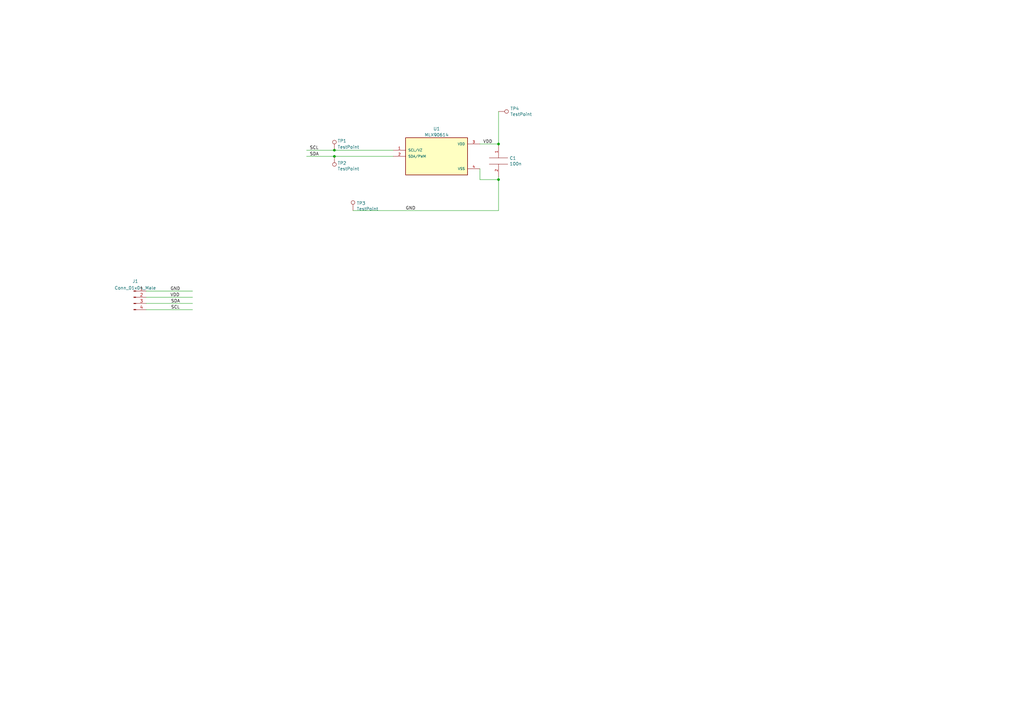
<source format=kicad_sch>
(kicad_sch (version 20211123) (generator eeschema)

  (uuid f144a97d-c3f0-423f-b0a9-3f7dbc42478b)

  (paper "A3")

  (lib_symbols
    (symbol "90632_speculum_flex-rescue:C-pspice" (pin_names (offset 0.254)) (in_bom yes) (on_board yes)
      (property "Reference" "C" (id 0) (at 2.54 3.81 90)
        (effects (font (size 1.27 1.27)))
      )
      (property "Value" "C-pspice" (id 1) (at 2.54 -3.81 90)
        (effects (font (size 1.27 1.27)))
      )
      (property "Footprint" "" (id 2) (at 0 0 0)
        (effects (font (size 1.27 1.27)) hide)
      )
      (property "Datasheet" "" (id 3) (at 0 0 0)
        (effects (font (size 1.27 1.27)) hide)
      )
      (symbol "C-pspice_0_1"
        (polyline
          (pts
            (xy -3.81 -1.27)
            (xy 3.81 -1.27)
          )
          (stroke (width 0) (type default) (color 0 0 0 0))
          (fill (type none))
        )
        (polyline
          (pts
            (xy -3.81 1.27)
            (xy 3.81 1.27)
          )
          (stroke (width 0) (type default) (color 0 0 0 0))
          (fill (type none))
        )
      )
      (symbol "C-pspice_1_1"
        (pin passive line (at 0 6.35 270) (length 5.08)
          (name "~" (effects (font (size 1.016 1.016))))
          (number "1" (effects (font (size 1.016 1.016))))
        )
        (pin passive line (at 0 -6.35 90) (length 5.08)
          (name "~" (effects (font (size 1.016 1.016))))
          (number "2" (effects (font (size 1.016 1.016))))
        )
      )
    )
    (symbol "90632_speculum_flex-rescue:TestPoint-Connector" (pin_numbers hide) (pin_names (offset 0.762) hide) (in_bom yes) (on_board yes)
      (property "Reference" "TP" (id 0) (at 0 6.858 0)
        (effects (font (size 1.27 1.27)))
      )
      (property "Value" "TestPoint-Connector" (id 1) (at 0 5.08 0)
        (effects (font (size 1.27 1.27)))
      )
      (property "Footprint" "" (id 2) (at 5.08 0 0)
        (effects (font (size 1.27 1.27)) hide)
      )
      (property "Datasheet" "" (id 3) (at 5.08 0 0)
        (effects (font (size 1.27 1.27)) hide)
      )
      (property "ki_fp_filters" "Pin* Test*" (id 4) (at 0 0 0)
        (effects (font (size 1.27 1.27)) hide)
      )
      (symbol "TestPoint-Connector_0_1"
        (circle (center 0 3.302) (radius 0.762)
          (stroke (width 0) (type default) (color 0 0 0 0))
          (fill (type none))
        )
      )
      (symbol "TestPoint-Connector_1_1"
        (pin passive line (at 0 0 90) (length 2.54)
          (name "1" (effects (font (size 1.27 1.27))))
          (number "1" (effects (font (size 1.27 1.27))))
        )
      )
    )
    (symbol "Connector:Conn_01x04_Male" (pin_names (offset 1.016) hide) (in_bom yes) (on_board yes)
      (property "Reference" "J" (id 0) (at 0 5.08 0)
        (effects (font (size 1.27 1.27)))
      )
      (property "Value" "Conn_01x04_Male" (id 1) (at 0 -7.62 0)
        (effects (font (size 1.27 1.27)))
      )
      (property "Footprint" "" (id 2) (at 0 0 0)
        (effects (font (size 1.27 1.27)) hide)
      )
      (property "Datasheet" "~" (id 3) (at 0 0 0)
        (effects (font (size 1.27 1.27)) hide)
      )
      (property "ki_keywords" "connector" (id 4) (at 0 0 0)
        (effects (font (size 1.27 1.27)) hide)
      )
      (property "ki_description" "Generic connector, single row, 01x04, script generated (kicad-library-utils/schlib/autogen/connector/)" (id 5) (at 0 0 0)
        (effects (font (size 1.27 1.27)) hide)
      )
      (property "ki_fp_filters" "Connector*:*_1x??_*" (id 6) (at 0 0 0)
        (effects (font (size 1.27 1.27)) hide)
      )
      (symbol "Conn_01x04_Male_1_1"
        (polyline
          (pts
            (xy 1.27 -5.08)
            (xy 0.8636 -5.08)
          )
          (stroke (width 0.1524) (type default) (color 0 0 0 0))
          (fill (type none))
        )
        (polyline
          (pts
            (xy 1.27 -2.54)
            (xy 0.8636 -2.54)
          )
          (stroke (width 0.1524) (type default) (color 0 0 0 0))
          (fill (type none))
        )
        (polyline
          (pts
            (xy 1.27 0)
            (xy 0.8636 0)
          )
          (stroke (width 0.1524) (type default) (color 0 0 0 0))
          (fill (type none))
        )
        (polyline
          (pts
            (xy 1.27 2.54)
            (xy 0.8636 2.54)
          )
          (stroke (width 0.1524) (type default) (color 0 0 0 0))
          (fill (type none))
        )
        (rectangle (start 0.8636 -4.953) (end 0 -5.207)
          (stroke (width 0.1524) (type default) (color 0 0 0 0))
          (fill (type outline))
        )
        (rectangle (start 0.8636 -2.413) (end 0 -2.667)
          (stroke (width 0.1524) (type default) (color 0 0 0 0))
          (fill (type outline))
        )
        (rectangle (start 0.8636 0.127) (end 0 -0.127)
          (stroke (width 0.1524) (type default) (color 0 0 0 0))
          (fill (type outline))
        )
        (rectangle (start 0.8636 2.667) (end 0 2.413)
          (stroke (width 0.1524) (type default) (color 0 0 0 0))
          (fill (type outline))
        )
        (pin passive line (at 5.08 2.54 180) (length 3.81)
          (name "Pin_1" (effects (font (size 1.27 1.27))))
          (number "1" (effects (font (size 1.27 1.27))))
        )
        (pin passive line (at 5.08 0 180) (length 3.81)
          (name "Pin_2" (effects (font (size 1.27 1.27))))
          (number "2" (effects (font (size 1.27 1.27))))
        )
        (pin passive line (at 5.08 -2.54 180) (length 3.81)
          (name "Pin_3" (effects (font (size 1.27 1.27))))
          (number "3" (effects (font (size 1.27 1.27))))
        )
        (pin passive line (at 5.08 -5.08 180) (length 3.81)
          (name "Pin_4" (effects (font (size 1.27 1.27))))
          (number "4" (effects (font (size 1.27 1.27))))
        )
      )
    )
    (symbol "melexis-temperature:MLX90614" (pin_names (offset 1.016)) (in_bom yes) (on_board yes)
      (property "Reference" "U?" (id 0) (at -12.7 8.89 0)
        (effects (font (size 1.27 1.27)) (justify left bottom))
      )
      (property "Value" "MLX90614" (id 1) (at -11.43 -6.35 0)
        (effects (font (size 1.27 1.27)) (justify left bottom))
      )
      (property "Footprint" "melexis-temperature:mlx90614" (id 2) (at -11.43 -12.7 0)
        (effects (font (size 1.27 1.27)) (justify left bottom) hide)
      )
      (property "Datasheet" "https://melexis.com/mlx90614" (id 3) (at -15.24 -10.16 0)
        (effects (font (size 1.27 1.27)) (justify left bottom) hide)
      )
      (property "MANUFACTURER" "Melexis" (id 4) (at -11.43 5.08 0)
        (effects (font (size 1.27 1.27)) (justify left bottom) hide)
      )
      (symbol "MLX90614_0_0"
        (rectangle (start -12.7 -7.62) (end 12.7 7.62)
          (stroke (width 0.254) (type default) (color 0 0 0 0))
          (fill (type background))
        )
        (pin input line (at -17.78 2.54 0) (length 5.08)
          (name "SCL/VZ" (effects (font (size 1.016 1.016))))
          (number "1" (effects (font (size 1.016 1.016))))
        )
        (pin bidirectional line (at -17.78 0 0) (length 5.08)
          (name "SDA/PWM" (effects (font (size 1.016 1.016))))
          (number "2" (effects (font (size 1.016 1.016))))
        )
        (pin power_in line (at 17.78 5.08 180) (length 5.08)
          (name "VDD" (effects (font (size 1.016 1.016))))
          (number "3" (effects (font (size 1.016 1.016))))
        )
        (pin power_in line (at 17.78 -5.08 180) (length 5.08)
          (name "VSS" (effects (font (size 1.016 1.016))))
          (number "4" (effects (font (size 1.016 1.016))))
        )
      )
    )
  )

  (junction (at 137.16 61.595) (diameter 0) (color 0 0 0 0)
    (uuid 0f41a909-27c4-4be2-9d5e-9ae2108c8ff5)
  )
  (junction (at 137.16 64.135) (diameter 0) (color 0 0 0 0)
    (uuid 29d472a1-c0d6-42c9-b2e5-a264b93a7ff1)
  )
  (junction (at 204.47 73.66) (diameter 0) (color 0 0 0 0)
    (uuid 9702d639-3b1f-4825-8985-b32b9008503d)
  )
  (junction (at 204.47 59.055) (diameter 0) (color 0 0 0 0)
    (uuid c61fd9d4-5f38-4cd2-8ccc-af4e69777961)
  )

  (wire (pts (xy 59.944 124.46) (xy 78.994 124.46))
    (stroke (width 0) (type default) (color 0 0 0 0))
    (uuid 10c05ac4-7806-406a-b56c-a9cd10cdf5a0)
  )
  (wire (pts (xy 196.85 59.055) (xy 204.47 59.055))
    (stroke (width 0) (type default) (color 0 0 0 0))
    (uuid 128e34ce-eee7-477d-b905-a493e98db783)
  )
  (wire (pts (xy 137.16 61.595) (xy 125.73 61.595))
    (stroke (width 0) (type default) (color 0 0 0 0))
    (uuid 1b54105e-6590-4d26-a763-ecfcf81eedc4)
  )
  (wire (pts (xy 59.944 127) (xy 78.994 127))
    (stroke (width 0) (type default) (color 0 0 0 0))
    (uuid 1c286467-bb2c-4ce3-8bc2-ed6165c8edb6)
  )
  (wire (pts (xy 137.16 64.135) (xy 161.29 64.135))
    (stroke (width 0) (type default) (color 0 0 0 0))
    (uuid 2f3deced-880d-4075-a81b-95c62da5b94d)
  )
  (wire (pts (xy 204.47 59.055) (xy 204.47 59.69))
    (stroke (width 0) (type default) (color 0 0 0 0))
    (uuid 45388dd0-f808-4e8f-a83e-1eb26af992bf)
  )
  (wire (pts (xy 204.47 73.66) (xy 204.47 86.36))
    (stroke (width 0) (type default) (color 0 0 0 0))
    (uuid 4d609e7c-74c9-4ae9-a26d-946ff00c167d)
  )
  (wire (pts (xy 196.85 73.66) (xy 204.47 73.66))
    (stroke (width 0) (type default) (color 0 0 0 0))
    (uuid 507c44af-5dba-468c-900a-0fefe6e3a2a5)
  )
  (wire (pts (xy 137.16 64.135) (xy 125.73 64.135))
    (stroke (width 0) (type default) (color 0 0 0 0))
    (uuid 632acde9-b7fd-4f04-8cb4-d2cbb06b3595)
  )
  (wire (pts (xy 59.944 119.38) (xy 78.994 119.38))
    (stroke (width 0) (type default) (color 0 0 0 0))
    (uuid 754ad783-2c9b-41e4-a253-2053dbb561e3)
  )
  (wire (pts (xy 204.47 72.39) (xy 204.47 73.66))
    (stroke (width 0) (type default) (color 0 0 0 0))
    (uuid 9bdb223e-5875-423d-8b36-f110bd8a539b)
  )
  (wire (pts (xy 204.47 45.72) (xy 204.47 59.055))
    (stroke (width 0) (type default) (color 0 0 0 0))
    (uuid a06e8e78-f567-42e6-b645-013b1073ca31)
  )
  (wire (pts (xy 137.16 61.595) (xy 161.29 61.595))
    (stroke (width 0) (type default) (color 0 0 0 0))
    (uuid a501555e-bbc7-4b58-ad89-28a0cd3dd6d0)
  )
  (wire (pts (xy 196.85 69.215) (xy 196.85 73.66))
    (stroke (width 0) (type default) (color 0 0 0 0))
    (uuid b3cb7ede-e23d-406f-a0a7-1b9a9670fb45)
  )
  (wire (pts (xy 144.78 86.36) (xy 204.47 86.36))
    (stroke (width 0) (type default) (color 0 0 0 0))
    (uuid dabe541b-b164-4180-97a4-5ca761b86800)
  )
  (wire (pts (xy 59.944 121.92) (xy 78.994 121.92))
    (stroke (width 0) (type default) (color 0 0 0 0))
    (uuid f4e914be-c810-41d7-a94e-a4db1db21bb0)
  )

  (label "GND" (at 69.85 119.38 0)
    (effects (font (size 1.27 1.27)) (justify left bottom))
    (uuid 0ebee32d-3662-4f4d-a704-8bbfb1bcc675)
  )
  (label "SDA" (at 70.104 124.46 0)
    (effects (font (size 1.27 1.27)) (justify left bottom))
    (uuid 18f35ab7-05b1-4916-bca1-7e693b111a06)
  )
  (label "SDA" (at 127 64.135 0)
    (effects (font (size 1.27 1.27)) (justify left bottom))
    (uuid 4412226e-d975-40a2-921f-502ff4129a95)
  )
  (label "SCL" (at 127 61.595 0)
    (effects (font (size 1.27 1.27)) (justify left bottom))
    (uuid 4e66a44f-7fa6-4e16-bf9b-62ec864301a5)
  )
  (label "SCL" (at 70.104 127 0)
    (effects (font (size 1.27 1.27)) (justify left bottom))
    (uuid 4fd1e628-09a1-4bc9-9f6a-e70c0e86b0dc)
  )
  (label "VDD" (at 198.12 59.055 0)
    (effects (font (size 1.27 1.27)) (justify left bottom))
    (uuid 68e09be7-3bbc-4443-a838-209ce20b2bef)
  )
  (label "GND" (at 166.37 86.36 0)
    (effects (font (size 1.27 1.27)) (justify left bottom))
    (uuid 6b25f522-8e2d-4cd8-9d5d-a2b80f60133b)
  )
  (label "VDD" (at 69.85 121.92 0)
    (effects (font (size 1.27 1.27)) (justify left bottom))
    (uuid a02eb634-3dd2-4ba0-92b2-fced6e18deee)
  )

  (symbol (lib_id "90632_speculum_flex-rescue:C-pspice") (at 204.47 66.04 0) (unit 1)
    (in_bom yes) (on_board yes)
    (uuid 00000000-0000-0000-0000-00005ee38154)
    (property "Reference" "C1" (id 0) (at 208.9912 64.8716 0)
      (effects (font (size 1.27 1.27)) (justify left))
    )
    (property "Value" "100n" (id 1) (at 208.9912 67.183 0)
      (effects (font (size 1.27 1.27)) (justify left))
    )
    (property "Footprint" "Capacitor_SMD:C_0805_2012Metric" (id 2) (at 204.47 66.04 0)
      (effects (font (size 1.27 1.27)) hide)
    )
    (property "Datasheet" "~" (id 3) (at 204.47 66.04 0)
      (effects (font (size 1.27 1.27)) hide)
    )
    (pin "1" (uuid ef8fe2ac-6a7f-4682-9418-b801a1b10a3b))
    (pin "2" (uuid 44d8279a-9cd1-4db6-856f-0363131605fc))
  )

  (symbol (lib_id "90632_speculum_flex-rescue:TestPoint-Connector") (at 137.16 64.135 180) (unit 1)
    (in_bom yes) (on_board yes)
    (uuid 00000000-0000-0000-0000-00005ee38160)
    (property "Reference" "TP2" (id 0) (at 138.43 66.9036 0)
      (effects (font (size 1.27 1.27)) (justify right))
    )
    (property "Value" "TestPoint" (id 1) (at 138.43 69.215 0)
      (effects (font (size 1.27 1.27)) (justify right))
    )
    (property "Footprint" "TestPoint:TestPoint_Pad_1.0x1.0mm" (id 2) (at 132.08 64.135 0)
      (effects (font (size 1.27 1.27)) hide)
    )
    (property "Datasheet" "~" (id 3) (at 132.08 64.135 0)
      (effects (font (size 1.27 1.27)) hide)
    )
    (pin "1" (uuid 87371631-aa02-498a-998a-09bdb74784c1))
  )

  (symbol (lib_id "90632_speculum_flex-rescue:TestPoint-Connector") (at 137.16 61.595 0) (unit 1)
    (in_bom yes) (on_board yes)
    (uuid 00000000-0000-0000-0000-00005ee38167)
    (property "Reference" "TP1" (id 0) (at 138.43 57.785 0)
      (effects (font (size 1.27 1.27)) (justify left))
    )
    (property "Value" "TestPoint" (id 1) (at 138.43 60.325 0)
      (effects (font (size 1.27 1.27)) (justify left))
    )
    (property "Footprint" "TestPoint:TestPoint_Pad_1.0x1.0mm" (id 2) (at 142.24 61.595 0)
      (effects (font (size 1.27 1.27)) hide)
    )
    (property "Datasheet" "~" (id 3) (at 142.24 61.595 0)
      (effects (font (size 1.27 1.27)) hide)
    )
    (pin "1" (uuid a3e4f0ae-9f86-49e9-b386-ed8b42e012fb))
  )

  (symbol (lib_id "90632_speculum_flex-rescue:TestPoint-Connector") (at 144.78 86.36 0) (unit 1)
    (in_bom yes) (on_board yes)
    (uuid 00000000-0000-0000-0000-00005ee3816e)
    (property "Reference" "TP3" (id 0) (at 146.2532 83.3628 0)
      (effects (font (size 1.27 1.27)) (justify left))
    )
    (property "Value" "TestPoint" (id 1) (at 146.2532 85.6742 0)
      (effects (font (size 1.27 1.27)) (justify left))
    )
    (property "Footprint" "TestPoint:TestPoint_Pad_1.0x1.0mm" (id 2) (at 149.86 86.36 0)
      (effects (font (size 1.27 1.27)) hide)
    )
    (property "Datasheet" "~" (id 3) (at 149.86 86.36 0)
      (effects (font (size 1.27 1.27)) hide)
    )
    (pin "1" (uuid 6c9b793c-e74d-4754-a2c0-901e73b26f1c))
  )

  (symbol (lib_id "90632_speculum_flex-rescue:TestPoint-Connector") (at 204.47 45.72 270) (unit 1)
    (in_bom yes) (on_board yes)
    (uuid 00000000-0000-0000-0000-00005ee381bd)
    (property "Reference" "TP4" (id 0) (at 209.2452 44.5516 90)
      (effects (font (size 1.27 1.27)) (justify left))
    )
    (property "Value" "TestPoint" (id 1) (at 209.2452 46.863 90)
      (effects (font (size 1.27 1.27)) (justify left))
    )
    (property "Footprint" "TestPoint:TestPoint_Pad_1.0x1.0mm" (id 2) (at 204.47 50.8 0)
      (effects (font (size 1.27 1.27)) hide)
    )
    (property "Datasheet" "~" (id 3) (at 204.47 50.8 0)
      (effects (font (size 1.27 1.27)) hide)
    )
    (pin "1" (uuid 48ab88d7-7084-4d02-b109-3ad55a30bb11))
  )

  (symbol (lib_id "Connector:Conn_01x04_Male") (at 54.864 121.92 0) (unit 1)
    (in_bom yes) (on_board yes) (fields_autoplaced)
    (uuid 020fb5f8-7154-449f-9427-c21c224740aa)
    (property "Reference" "J1" (id 0) (at 55.499 115.3373 0))
    (property "Value" "Conn_01x04_Male" (id 1) (at 55.499 118.1124 0))
    (property "Footprint" "melexis-temperature:QWIIC_STEMMA_QT" (id 2) (at 54.864 121.92 0)
      (effects (font (size 1.27 1.27)) hide)
    )
    (property "Datasheet" "~" (id 3) (at 54.864 121.92 0)
      (effects (font (size 1.27 1.27)) hide)
    )
    (pin "1" (uuid dfba55d2-f8dc-436a-b94f-b36d464fd23a))
    (pin "2" (uuid c631e5fc-7d8b-4e95-a9d7-2a35f6494f59))
    (pin "3" (uuid 0fab4f44-50b7-47e8-8e41-d5c3aef59701))
    (pin "4" (uuid 996f47d1-fc15-47e8-9c90-0ae6699ccbc6))
  )

  (symbol (lib_id "melexis-temperature:MLX90614") (at 179.07 64.135 0) (unit 1)
    (in_bom yes) (on_board yes) (fields_autoplaced)
    (uuid 147a3896-9e08-472d-bcfb-824754c07708)
    (property "Reference" "U1" (id 0) (at 179.07 52.8152 0))
    (property "Value" "MLX90614" (id 1) (at 179.07 55.3521 0))
    (property "Footprint" "melexis-temperature:mlx90614" (id 2) (at 167.64 76.835 0)
      (effects (font (size 1.27 1.27)) (justify left bottom) hide)
    )
    (property "Datasheet" "https://melexis.com/mlx90614" (id 3) (at 163.83 74.295 0)
      (effects (font (size 1.27 1.27)) (justify left bottom) hide)
    )
    (property "MANUFACTURER" "Melexis" (id 4) (at 167.64 59.055 0)
      (effects (font (size 1.27 1.27)) (justify left bottom) hide)
    )
    (pin "1" (uuid fab9bc4e-7b9a-4228-94aa-f2f42ed3ec44))
    (pin "2" (uuid de8c3946-2a9d-45c9-9736-31a018540ac4))
    (pin "3" (uuid d456b252-cc27-486d-8082-95e4d627d3ad))
    (pin "4" (uuid 5545f516-2f1c-46b7-83e7-91671e7da87a))
  )

  (sheet_instances
    (path "/" (page "1"))
  )

  (symbol_instances
    (path "/00000000-0000-0000-0000-00005ee38154"
      (reference "C1") (unit 1) (value "100n") (footprint "Capacitor_SMD:C_0805_2012Metric")
    )
    (path "/020fb5f8-7154-449f-9427-c21c224740aa"
      (reference "J1") (unit 1) (value "Conn_01x04_Male") (footprint "melexis-temperature:QWIIC_STEMMA_QT")
    )
    (path "/00000000-0000-0000-0000-00005ee38167"
      (reference "TP1") (unit 1) (value "TestPoint") (footprint "TestPoint:TestPoint_Pad_1.0x1.0mm")
    )
    (path "/00000000-0000-0000-0000-00005ee38160"
      (reference "TP2") (unit 1) (value "TestPoint") (footprint "TestPoint:TestPoint_Pad_1.0x1.0mm")
    )
    (path "/00000000-0000-0000-0000-00005ee3816e"
      (reference "TP3") (unit 1) (value "TestPoint") (footprint "TestPoint:TestPoint_Pad_1.0x1.0mm")
    )
    (path "/00000000-0000-0000-0000-00005ee381bd"
      (reference "TP4") (unit 1) (value "TestPoint") (footprint "TestPoint:TestPoint_Pad_1.0x1.0mm")
    )
    (path "/147a3896-9e08-472d-bcfb-824754c07708"
      (reference "U1") (unit 1) (value "MLX90614") (footprint "melexis-temperature:mlx90614")
    )
  )
)

</source>
